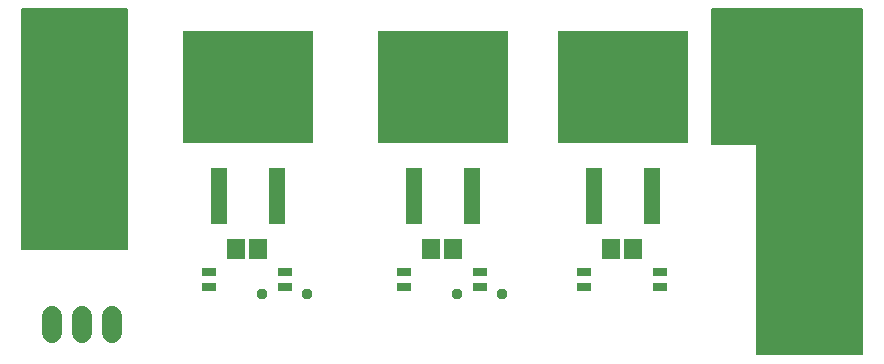
<source format=gts>
G75*
%MOIN*%
%OFA0B0*%
%FSLAX25Y25*%
%IPPOS*%
%LPD*%
%AMOC8*
5,1,8,0,0,1.08239X$1,22.5*
%
%ADD10C,0.00600*%
%ADD11R,0.04737X0.02769*%
%ADD12R,0.05524X0.18910*%
%ADD13R,0.43320X0.37808*%
%ADD14R,0.05918X0.06706*%
%ADD15C,0.06737*%
%ADD16C,0.03778*%
D10*
X0006300Y0048000D02*
X0006300Y0128000D01*
X0041300Y0128000D01*
X0041300Y0048000D01*
X0006300Y0048000D01*
X0006300Y0048100D02*
X0041300Y0048100D01*
X0041300Y0048699D02*
X0006300Y0048699D01*
X0006300Y0049297D02*
X0041300Y0049297D01*
X0041300Y0049896D02*
X0006300Y0049896D01*
X0006300Y0050494D02*
X0041300Y0050494D01*
X0041300Y0051093D02*
X0006300Y0051093D01*
X0006300Y0051691D02*
X0041300Y0051691D01*
X0041300Y0052290D02*
X0006300Y0052290D01*
X0006300Y0052888D02*
X0041300Y0052888D01*
X0041300Y0053487D02*
X0006300Y0053487D01*
X0006300Y0054085D02*
X0041300Y0054085D01*
X0041300Y0054684D02*
X0006300Y0054684D01*
X0006300Y0055282D02*
X0041300Y0055282D01*
X0041300Y0055881D02*
X0006300Y0055881D01*
X0006300Y0056479D02*
X0041300Y0056479D01*
X0041300Y0057078D02*
X0006300Y0057078D01*
X0006300Y0057676D02*
X0041300Y0057676D01*
X0041300Y0058275D02*
X0006300Y0058275D01*
X0006300Y0058873D02*
X0041300Y0058873D01*
X0041300Y0059472D02*
X0006300Y0059472D01*
X0006300Y0060070D02*
X0041300Y0060070D01*
X0041300Y0060669D02*
X0006300Y0060669D01*
X0006300Y0061268D02*
X0041300Y0061268D01*
X0041300Y0061866D02*
X0006300Y0061866D01*
X0006300Y0062465D02*
X0041300Y0062465D01*
X0041300Y0063063D02*
X0006300Y0063063D01*
X0006300Y0063662D02*
X0041300Y0063662D01*
X0041300Y0064260D02*
X0006300Y0064260D01*
X0006300Y0064859D02*
X0041300Y0064859D01*
X0041300Y0065457D02*
X0006300Y0065457D01*
X0006300Y0066056D02*
X0041300Y0066056D01*
X0041300Y0066654D02*
X0006300Y0066654D01*
X0006300Y0067253D02*
X0041300Y0067253D01*
X0041300Y0067851D02*
X0006300Y0067851D01*
X0006300Y0068450D02*
X0041300Y0068450D01*
X0041300Y0069048D02*
X0006300Y0069048D01*
X0006300Y0069647D02*
X0041300Y0069647D01*
X0041300Y0070245D02*
X0006300Y0070245D01*
X0006300Y0070844D02*
X0041300Y0070844D01*
X0041300Y0071442D02*
X0006300Y0071442D01*
X0006300Y0072041D02*
X0041300Y0072041D01*
X0041300Y0072639D02*
X0006300Y0072639D01*
X0006300Y0073238D02*
X0041300Y0073238D01*
X0041300Y0073836D02*
X0006300Y0073836D01*
X0006300Y0074435D02*
X0041300Y0074435D01*
X0041300Y0075033D02*
X0006300Y0075033D01*
X0006300Y0075632D02*
X0041300Y0075632D01*
X0041300Y0076230D02*
X0006300Y0076230D01*
X0006300Y0076829D02*
X0041300Y0076829D01*
X0041300Y0077427D02*
X0006300Y0077427D01*
X0006300Y0078026D02*
X0041300Y0078026D01*
X0041300Y0078624D02*
X0006300Y0078624D01*
X0006300Y0079223D02*
X0041300Y0079223D01*
X0041300Y0079821D02*
X0006300Y0079821D01*
X0006300Y0080420D02*
X0041300Y0080420D01*
X0041300Y0081018D02*
X0006300Y0081018D01*
X0006300Y0081617D02*
X0041300Y0081617D01*
X0041300Y0082215D02*
X0006300Y0082215D01*
X0006300Y0082814D02*
X0041300Y0082814D01*
X0041300Y0083412D02*
X0006300Y0083412D01*
X0006300Y0084011D02*
X0041300Y0084011D01*
X0041300Y0084609D02*
X0006300Y0084609D01*
X0006300Y0085208D02*
X0041300Y0085208D01*
X0041300Y0085806D02*
X0006300Y0085806D01*
X0006300Y0086405D02*
X0041300Y0086405D01*
X0041300Y0087003D02*
X0006300Y0087003D01*
X0006300Y0087602D02*
X0041300Y0087602D01*
X0041300Y0088201D02*
X0006300Y0088201D01*
X0006300Y0088799D02*
X0041300Y0088799D01*
X0041300Y0089398D02*
X0006300Y0089398D01*
X0006300Y0089996D02*
X0041300Y0089996D01*
X0041300Y0090595D02*
X0006300Y0090595D01*
X0006300Y0091193D02*
X0041300Y0091193D01*
X0041300Y0091792D02*
X0006300Y0091792D01*
X0006300Y0092390D02*
X0041300Y0092390D01*
X0041300Y0092989D02*
X0006300Y0092989D01*
X0006300Y0093587D02*
X0041300Y0093587D01*
X0041300Y0094186D02*
X0006300Y0094186D01*
X0006300Y0094784D02*
X0041300Y0094784D01*
X0041300Y0095383D02*
X0006300Y0095383D01*
X0006300Y0095981D02*
X0041300Y0095981D01*
X0041300Y0096580D02*
X0006300Y0096580D01*
X0006300Y0097178D02*
X0041300Y0097178D01*
X0041300Y0097777D02*
X0006300Y0097777D01*
X0006300Y0098375D02*
X0041300Y0098375D01*
X0041300Y0098974D02*
X0006300Y0098974D01*
X0006300Y0099572D02*
X0041300Y0099572D01*
X0041300Y0100171D02*
X0006300Y0100171D01*
X0006300Y0100769D02*
X0041300Y0100769D01*
X0041300Y0101368D02*
X0006300Y0101368D01*
X0006300Y0101966D02*
X0041300Y0101966D01*
X0041300Y0102565D02*
X0006300Y0102565D01*
X0006300Y0103163D02*
X0041300Y0103163D01*
X0041300Y0103762D02*
X0006300Y0103762D01*
X0006300Y0104360D02*
X0041300Y0104360D01*
X0041300Y0104959D02*
X0006300Y0104959D01*
X0006300Y0105557D02*
X0041300Y0105557D01*
X0041300Y0106156D02*
X0006300Y0106156D01*
X0006300Y0106754D02*
X0041300Y0106754D01*
X0041300Y0107353D02*
X0006300Y0107353D01*
X0006300Y0107951D02*
X0041300Y0107951D01*
X0041300Y0108550D02*
X0006300Y0108550D01*
X0006300Y0109148D02*
X0041300Y0109148D01*
X0041300Y0109747D02*
X0006300Y0109747D01*
X0006300Y0110345D02*
X0041300Y0110345D01*
X0041300Y0110944D02*
X0006300Y0110944D01*
X0006300Y0111542D02*
X0041300Y0111542D01*
X0041300Y0112141D02*
X0006300Y0112141D01*
X0006300Y0112739D02*
X0041300Y0112739D01*
X0041300Y0113338D02*
X0006300Y0113338D01*
X0006300Y0113937D02*
X0041300Y0113937D01*
X0041300Y0114535D02*
X0006300Y0114535D01*
X0006300Y0115134D02*
X0041300Y0115134D01*
X0041300Y0115732D02*
X0006300Y0115732D01*
X0006300Y0116331D02*
X0041300Y0116331D01*
X0041300Y0116929D02*
X0006300Y0116929D01*
X0006300Y0117528D02*
X0041300Y0117528D01*
X0041300Y0118126D02*
X0006300Y0118126D01*
X0006300Y0118725D02*
X0041300Y0118725D01*
X0041300Y0119323D02*
X0006300Y0119323D01*
X0006300Y0119922D02*
X0041300Y0119922D01*
X0041300Y0120520D02*
X0006300Y0120520D01*
X0006300Y0121119D02*
X0041300Y0121119D01*
X0041300Y0121717D02*
X0006300Y0121717D01*
X0006300Y0122316D02*
X0041300Y0122316D01*
X0041300Y0122914D02*
X0006300Y0122914D01*
X0006300Y0123513D02*
X0041300Y0123513D01*
X0041300Y0124111D02*
X0006300Y0124111D01*
X0006300Y0124710D02*
X0041300Y0124710D01*
X0041300Y0125308D02*
X0006300Y0125308D01*
X0006300Y0125907D02*
X0041300Y0125907D01*
X0041300Y0126505D02*
X0006300Y0126505D01*
X0006300Y0127104D02*
X0041300Y0127104D01*
X0041300Y0127702D02*
X0006300Y0127702D01*
X0236300Y0127702D02*
X0286300Y0127702D01*
X0286300Y0128000D02*
X0236300Y0128000D01*
X0236300Y0083000D01*
X0251300Y0083000D01*
X0251300Y0013000D01*
X0286300Y0013000D01*
X0286300Y0128000D01*
X0286300Y0127104D02*
X0236300Y0127104D01*
X0236300Y0126505D02*
X0286300Y0126505D01*
X0286300Y0125907D02*
X0236300Y0125907D01*
X0236300Y0125308D02*
X0286300Y0125308D01*
X0286300Y0124710D02*
X0236300Y0124710D01*
X0236300Y0124111D02*
X0286300Y0124111D01*
X0286300Y0123513D02*
X0236300Y0123513D01*
X0236300Y0122914D02*
X0286300Y0122914D01*
X0286300Y0122316D02*
X0236300Y0122316D01*
X0236300Y0121717D02*
X0286300Y0121717D01*
X0286300Y0121119D02*
X0236300Y0121119D01*
X0236300Y0120520D02*
X0286300Y0120520D01*
X0286300Y0119922D02*
X0236300Y0119922D01*
X0236300Y0119323D02*
X0286300Y0119323D01*
X0286300Y0118725D02*
X0236300Y0118725D01*
X0236300Y0118126D02*
X0286300Y0118126D01*
X0286300Y0117528D02*
X0236300Y0117528D01*
X0236300Y0116929D02*
X0286300Y0116929D01*
X0286300Y0116331D02*
X0236300Y0116331D01*
X0236300Y0115732D02*
X0286300Y0115732D01*
X0286300Y0115134D02*
X0236300Y0115134D01*
X0236300Y0114535D02*
X0286300Y0114535D01*
X0286300Y0113937D02*
X0236300Y0113937D01*
X0236300Y0113338D02*
X0286300Y0113338D01*
X0286300Y0112739D02*
X0236300Y0112739D01*
X0236300Y0112141D02*
X0286300Y0112141D01*
X0286300Y0111542D02*
X0236300Y0111542D01*
X0236300Y0110944D02*
X0286300Y0110944D01*
X0286300Y0110345D02*
X0236300Y0110345D01*
X0236300Y0109747D02*
X0286300Y0109747D01*
X0286300Y0109148D02*
X0236300Y0109148D01*
X0236300Y0108550D02*
X0286300Y0108550D01*
X0286300Y0107951D02*
X0236300Y0107951D01*
X0236300Y0107353D02*
X0286300Y0107353D01*
X0286300Y0106754D02*
X0236300Y0106754D01*
X0236300Y0106156D02*
X0286300Y0106156D01*
X0286300Y0105557D02*
X0236300Y0105557D01*
X0236300Y0104959D02*
X0286300Y0104959D01*
X0286300Y0104360D02*
X0236300Y0104360D01*
X0236300Y0103762D02*
X0286300Y0103762D01*
X0286300Y0103163D02*
X0236300Y0103163D01*
X0236300Y0102565D02*
X0286300Y0102565D01*
X0286300Y0101966D02*
X0236300Y0101966D01*
X0236300Y0101368D02*
X0286300Y0101368D01*
X0286300Y0100769D02*
X0236300Y0100769D01*
X0236300Y0100171D02*
X0286300Y0100171D01*
X0286300Y0099572D02*
X0236300Y0099572D01*
X0236300Y0098974D02*
X0286300Y0098974D01*
X0286300Y0098375D02*
X0236300Y0098375D01*
X0236300Y0097777D02*
X0286300Y0097777D01*
X0286300Y0097178D02*
X0236300Y0097178D01*
X0236300Y0096580D02*
X0286300Y0096580D01*
X0286300Y0095981D02*
X0236300Y0095981D01*
X0236300Y0095383D02*
X0286300Y0095383D01*
X0286300Y0094784D02*
X0236300Y0094784D01*
X0236300Y0094186D02*
X0286300Y0094186D01*
X0286300Y0093587D02*
X0236300Y0093587D01*
X0236300Y0092989D02*
X0286300Y0092989D01*
X0286300Y0092390D02*
X0236300Y0092390D01*
X0236300Y0091792D02*
X0286300Y0091792D01*
X0286300Y0091193D02*
X0236300Y0091193D01*
X0236300Y0090595D02*
X0286300Y0090595D01*
X0286300Y0089996D02*
X0236300Y0089996D01*
X0236300Y0089398D02*
X0286300Y0089398D01*
X0286300Y0088799D02*
X0236300Y0088799D01*
X0236300Y0088201D02*
X0286300Y0088201D01*
X0286300Y0087602D02*
X0236300Y0087602D01*
X0236300Y0087003D02*
X0286300Y0087003D01*
X0286300Y0086405D02*
X0236300Y0086405D01*
X0236300Y0085806D02*
X0286300Y0085806D01*
X0286300Y0085208D02*
X0236300Y0085208D01*
X0236300Y0084609D02*
X0286300Y0084609D01*
X0286300Y0084011D02*
X0236300Y0084011D01*
X0236300Y0083412D02*
X0286300Y0083412D01*
X0286300Y0082814D02*
X0251300Y0082814D01*
X0251300Y0082215D02*
X0286300Y0082215D01*
X0286300Y0081617D02*
X0251300Y0081617D01*
X0251300Y0081018D02*
X0286300Y0081018D01*
X0286300Y0080420D02*
X0251300Y0080420D01*
X0251300Y0079821D02*
X0286300Y0079821D01*
X0286300Y0079223D02*
X0251300Y0079223D01*
X0251300Y0078624D02*
X0286300Y0078624D01*
X0286300Y0078026D02*
X0251300Y0078026D01*
X0251300Y0077427D02*
X0286300Y0077427D01*
X0286300Y0076829D02*
X0251300Y0076829D01*
X0251300Y0076230D02*
X0286300Y0076230D01*
X0286300Y0075632D02*
X0251300Y0075632D01*
X0251300Y0075033D02*
X0286300Y0075033D01*
X0286300Y0074435D02*
X0251300Y0074435D01*
X0251300Y0073836D02*
X0286300Y0073836D01*
X0286300Y0073238D02*
X0251300Y0073238D01*
X0251300Y0072639D02*
X0286300Y0072639D01*
X0286300Y0072041D02*
X0251300Y0072041D01*
X0251300Y0071442D02*
X0286300Y0071442D01*
X0286300Y0070844D02*
X0251300Y0070844D01*
X0251300Y0070245D02*
X0286300Y0070245D01*
X0286300Y0069647D02*
X0251300Y0069647D01*
X0251300Y0069048D02*
X0286300Y0069048D01*
X0286300Y0068450D02*
X0251300Y0068450D01*
X0251300Y0067851D02*
X0286300Y0067851D01*
X0286300Y0067253D02*
X0251300Y0067253D01*
X0251300Y0066654D02*
X0286300Y0066654D01*
X0286300Y0066056D02*
X0251300Y0066056D01*
X0251300Y0065457D02*
X0286300Y0065457D01*
X0286300Y0064859D02*
X0251300Y0064859D01*
X0251300Y0064260D02*
X0286300Y0064260D01*
X0286300Y0063662D02*
X0251300Y0063662D01*
X0251300Y0063063D02*
X0286300Y0063063D01*
X0286300Y0062465D02*
X0251300Y0062465D01*
X0251300Y0061866D02*
X0286300Y0061866D01*
X0286300Y0061268D02*
X0251300Y0061268D01*
X0251300Y0060669D02*
X0286300Y0060669D01*
X0286300Y0060070D02*
X0251300Y0060070D01*
X0251300Y0059472D02*
X0286300Y0059472D01*
X0286300Y0058873D02*
X0251300Y0058873D01*
X0251300Y0058275D02*
X0286300Y0058275D01*
X0286300Y0057676D02*
X0251300Y0057676D01*
X0251300Y0057078D02*
X0286300Y0057078D01*
X0286300Y0056479D02*
X0251300Y0056479D01*
X0251300Y0055881D02*
X0286300Y0055881D01*
X0286300Y0055282D02*
X0251300Y0055282D01*
X0251300Y0054684D02*
X0286300Y0054684D01*
X0286300Y0054085D02*
X0251300Y0054085D01*
X0251300Y0053487D02*
X0286300Y0053487D01*
X0286300Y0052888D02*
X0251300Y0052888D01*
X0251300Y0052290D02*
X0286300Y0052290D01*
X0286300Y0051691D02*
X0251300Y0051691D01*
X0251300Y0051093D02*
X0286300Y0051093D01*
X0286300Y0050494D02*
X0251300Y0050494D01*
X0251300Y0049896D02*
X0286300Y0049896D01*
X0286300Y0049297D02*
X0251300Y0049297D01*
X0251300Y0048699D02*
X0286300Y0048699D01*
X0286300Y0048100D02*
X0251300Y0048100D01*
X0251300Y0047502D02*
X0286300Y0047502D01*
X0286300Y0046903D02*
X0251300Y0046903D01*
X0251300Y0046305D02*
X0286300Y0046305D01*
X0286300Y0045706D02*
X0251300Y0045706D01*
X0251300Y0045108D02*
X0286300Y0045108D01*
X0286300Y0044509D02*
X0251300Y0044509D01*
X0251300Y0043911D02*
X0286300Y0043911D01*
X0286300Y0043312D02*
X0251300Y0043312D01*
X0251300Y0042714D02*
X0286300Y0042714D01*
X0286300Y0042115D02*
X0251300Y0042115D01*
X0251300Y0041517D02*
X0286300Y0041517D01*
X0286300Y0040918D02*
X0251300Y0040918D01*
X0251300Y0040320D02*
X0286300Y0040320D01*
X0286300Y0039721D02*
X0251300Y0039721D01*
X0251300Y0039123D02*
X0286300Y0039123D01*
X0286300Y0038524D02*
X0251300Y0038524D01*
X0251300Y0037926D02*
X0286300Y0037926D01*
X0286300Y0037327D02*
X0251300Y0037327D01*
X0251300Y0036729D02*
X0286300Y0036729D01*
X0286300Y0036130D02*
X0251300Y0036130D01*
X0251300Y0035532D02*
X0286300Y0035532D01*
X0286300Y0034933D02*
X0251300Y0034933D01*
X0251300Y0034334D02*
X0286300Y0034334D01*
X0286300Y0033736D02*
X0251300Y0033736D01*
X0251300Y0033137D02*
X0286300Y0033137D01*
X0286300Y0032539D02*
X0251300Y0032539D01*
X0251300Y0031940D02*
X0286300Y0031940D01*
X0286300Y0031342D02*
X0251300Y0031342D01*
X0251300Y0030743D02*
X0286300Y0030743D01*
X0286300Y0030145D02*
X0251300Y0030145D01*
X0251300Y0029546D02*
X0286300Y0029546D01*
X0286300Y0028948D02*
X0251300Y0028948D01*
X0251300Y0028349D02*
X0286300Y0028349D01*
X0286300Y0027751D02*
X0251300Y0027751D01*
X0251300Y0027152D02*
X0286300Y0027152D01*
X0286300Y0026554D02*
X0251300Y0026554D01*
X0251300Y0025955D02*
X0286300Y0025955D01*
X0286300Y0025357D02*
X0251300Y0025357D01*
X0251300Y0024758D02*
X0286300Y0024758D01*
X0286300Y0024160D02*
X0251300Y0024160D01*
X0251300Y0023561D02*
X0286300Y0023561D01*
X0286300Y0022963D02*
X0251300Y0022963D01*
X0251300Y0022364D02*
X0286300Y0022364D01*
X0286300Y0021766D02*
X0251300Y0021766D01*
X0251300Y0021167D02*
X0286300Y0021167D01*
X0286300Y0020569D02*
X0251300Y0020569D01*
X0251300Y0019970D02*
X0286300Y0019970D01*
X0286300Y0019372D02*
X0251300Y0019372D01*
X0251300Y0018773D02*
X0286300Y0018773D01*
X0286300Y0018175D02*
X0251300Y0018175D01*
X0251300Y0017576D02*
X0286300Y0017576D01*
X0286300Y0016978D02*
X0251300Y0016978D01*
X0251300Y0016379D02*
X0286300Y0016379D01*
X0286300Y0015781D02*
X0251300Y0015781D01*
X0251300Y0015182D02*
X0286300Y0015182D01*
X0286300Y0014584D02*
X0251300Y0014584D01*
X0251300Y0013985D02*
X0286300Y0013985D01*
X0286300Y0013387D02*
X0251300Y0013387D01*
D11*
X0219056Y0035500D03*
X0219056Y0040500D03*
X0193544Y0040500D03*
X0193544Y0035500D03*
X0159056Y0035500D03*
X0159056Y0040500D03*
X0133544Y0040500D03*
X0133544Y0035500D03*
X0094056Y0035500D03*
X0094056Y0040500D03*
X0068544Y0040500D03*
X0068544Y0035500D03*
D12*
X0071894Y0065953D03*
X0091304Y0065953D03*
X0136894Y0065953D03*
X0156304Y0065953D03*
X0196894Y0065953D03*
X0216304Y0065953D03*
D13*
X0206599Y0101976D03*
X0146599Y0101976D03*
X0081599Y0101976D03*
D14*
X0085040Y0048000D03*
X0077560Y0048000D03*
X0142560Y0048000D03*
X0150040Y0048000D03*
X0202560Y0048000D03*
X0210040Y0048000D03*
D15*
X0016300Y0025969D02*
X0016300Y0020031D01*
X0026300Y0020031D02*
X0026300Y0025969D01*
X0036300Y0025969D02*
X0036300Y0020031D01*
D16*
X0086300Y0033000D03*
X0101300Y0033000D03*
X0151300Y0033000D03*
X0166300Y0033000D03*
M02*

</source>
